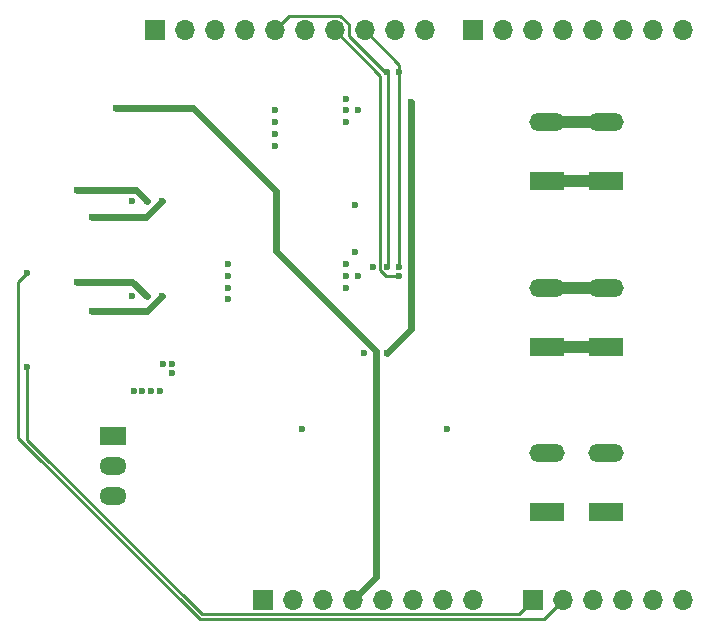
<source format=gbr>
G04 #@! TF.GenerationSoftware,KiCad,Pcbnew,8.0.8+1*
G04 #@! TF.CreationDate,2025-03-25T13:32:44+00:00*
G04 #@! TF.ProjectId,dc_shield,64635f73-6869-4656-9c64-2e6b69636164,rev?*
G04 #@! TF.SameCoordinates,Original*
G04 #@! TF.FileFunction,Copper,L2,Inr*
G04 #@! TF.FilePolarity,Positive*
%FSLAX46Y46*%
G04 Gerber Fmt 4.6, Leading zero omitted, Abs format (unit mm)*
G04 Created by KiCad (PCBNEW 8.0.8+1) date 2025-03-25 13:32:44*
%MOMM*%
%LPD*%
G01*
G04 APERTURE LIST*
G04 #@! TA.AperFunction,ComponentPad*
%ADD10R,1.700000X1.700000*%
G04 #@! TD*
G04 #@! TA.AperFunction,ComponentPad*
%ADD11O,1.700000X1.700000*%
G04 #@! TD*
G04 #@! TA.AperFunction,ComponentPad*
%ADD12R,3.000000X1.500000*%
G04 #@! TD*
G04 #@! TA.AperFunction,ComponentPad*
%ADD13O,3.000000X1.500000*%
G04 #@! TD*
G04 #@! TA.AperFunction,ComponentPad*
%ADD14R,2.300000X1.500000*%
G04 #@! TD*
G04 #@! TA.AperFunction,ComponentPad*
%ADD15O,2.300000X1.500000*%
G04 #@! TD*
G04 #@! TA.AperFunction,ViaPad*
%ADD16C,0.600000*%
G04 #@! TD*
G04 #@! TA.AperFunction,Conductor*
%ADD17C,0.250000*%
G04 #@! TD*
G04 #@! TA.AperFunction,Conductor*
%ADD18C,0.600000*%
G04 #@! TD*
G04 #@! TA.AperFunction,Conductor*
%ADD19C,1.000000*%
G04 #@! TD*
G04 APERTURE END LIST*
D10*
X127940000Y-97460000D03*
D11*
X130480000Y-97460000D03*
X133020000Y-97460000D03*
X135560000Y-97460000D03*
X138100000Y-97460000D03*
X140640000Y-97460000D03*
X143180000Y-97460000D03*
X145720000Y-97460000D03*
D10*
X150800000Y-97460000D03*
D11*
X153340000Y-97460000D03*
X155880000Y-97460000D03*
X158420000Y-97460000D03*
X160960000Y-97460000D03*
X163500000Y-97460000D03*
D10*
X118796000Y-49200000D03*
D11*
X121336000Y-49200000D03*
X123876000Y-49200000D03*
X126416000Y-49200000D03*
X128956000Y-49200000D03*
X131496000Y-49200000D03*
X134036000Y-49200000D03*
X136576000Y-49200000D03*
X139116000Y-49200000D03*
X141656000Y-49200000D03*
D10*
X145720000Y-49200000D03*
D11*
X148260000Y-49200000D03*
X150800000Y-49200000D03*
X153340000Y-49200000D03*
X155880000Y-49200000D03*
X158420000Y-49200000D03*
X160960000Y-49200000D03*
X163500000Y-49200000D03*
D12*
X152000000Y-62000000D03*
X157000000Y-62000000D03*
D13*
X152000000Y-57000000D03*
X157000000Y-57000000D03*
D12*
X152000000Y-90000000D03*
X157000000Y-90000000D03*
D13*
X152000000Y-85000000D03*
X157000000Y-85000000D03*
D12*
X152000000Y-76000000D03*
X157000000Y-76000000D03*
D13*
X152000000Y-71000000D03*
X157000000Y-71000000D03*
D14*
X115292500Y-83553000D03*
D15*
X115292500Y-86093000D03*
X115292500Y-88633000D03*
D16*
X117750000Y-79750000D03*
X135000000Y-71000000D03*
X125000000Y-70000000D03*
X135000000Y-57000000D03*
X135000000Y-70000000D03*
X129000000Y-57000000D03*
X125000000Y-71000000D03*
X135000000Y-69000000D03*
X129000000Y-59000000D03*
X125000000Y-69000000D03*
X125000000Y-72000000D03*
X120250000Y-77500000D03*
X136000000Y-70000000D03*
X119500000Y-77500000D03*
X118500000Y-79750000D03*
X129000000Y-56000000D03*
X120250000Y-78250000D03*
X135000000Y-56000000D03*
X129000000Y-58000000D03*
X136000000Y-56000000D03*
X135000000Y-55000000D03*
X117000000Y-79750000D03*
X119250000Y-79750000D03*
X116840000Y-71700000D03*
X116840000Y-63640000D03*
X108000000Y-77750000D03*
X108000000Y-69750000D03*
X138500000Y-69250000D03*
X138484942Y-52765058D03*
X139500000Y-70050003D03*
X139500000Y-52750000D03*
X139500000Y-69250000D03*
X135750000Y-63975000D03*
X135750000Y-68000000D03*
X136500000Y-76500000D03*
X137500000Y-76500000D03*
X115500000Y-55750000D03*
X129050000Y-62800000D03*
X131250000Y-83000000D03*
X143500000Y-82975000D03*
X138500000Y-76500000D03*
X140500000Y-55250000D03*
X137250000Y-69250000D03*
X119400000Y-71700000D03*
X113500000Y-73000000D03*
X119390000Y-63630000D03*
X113500000Y-65000000D03*
X112250000Y-70500000D03*
X118100000Y-71700000D03*
X112250000Y-62750000D03*
X118110000Y-63630000D03*
D17*
X149625000Y-98635000D02*
X150800000Y-97460000D01*
X108000000Y-83863604D02*
X122771396Y-98635000D01*
X108000000Y-77750000D02*
X108000000Y-83863604D01*
X122771396Y-98635000D02*
X149625000Y-98635000D01*
X107250000Y-70500000D02*
X108000000Y-69750000D01*
X153340000Y-97460000D02*
X151715000Y-99085000D01*
X122585000Y-99085000D02*
X107250000Y-83750000D01*
X151715000Y-99085000D02*
X122585000Y-99085000D01*
X107250000Y-83750000D02*
X107250000Y-70500000D01*
X134522701Y-48025000D02*
X130131000Y-48025000D01*
X138575000Y-69175000D02*
X138575000Y-52855116D01*
X135211000Y-48713299D02*
X134522701Y-48025000D01*
X138575000Y-52855116D02*
X138484942Y-52765058D01*
X135211000Y-49686701D02*
X135211000Y-48713299D01*
X130131000Y-48025000D02*
X128956000Y-49200000D01*
X138500000Y-69250000D02*
X138575000Y-69175000D01*
X138289357Y-52765058D02*
X135211000Y-49686701D01*
X138484942Y-52765058D02*
X138289357Y-52765058D01*
X137875000Y-69508884D02*
X137875000Y-53039000D01*
X139500000Y-70050003D02*
X138416119Y-70050003D01*
X137875000Y-53039000D02*
X134036000Y-49200000D01*
X138416119Y-70050003D02*
X137875000Y-69508884D01*
X139500000Y-52750000D02*
X139500000Y-52124000D01*
X139500000Y-52750000D02*
X139500000Y-69250000D01*
X139500000Y-52124000D02*
X136576000Y-49200000D01*
D18*
X129050000Y-67918629D02*
X129050000Y-62800000D01*
X129050000Y-62800000D02*
X122000000Y-55750000D01*
X135560000Y-97460000D02*
X137500000Y-95520000D01*
X137500000Y-95520000D02*
X137500000Y-76500000D01*
X137500000Y-76368629D02*
X129050000Y-67918629D01*
X122000000Y-55750000D02*
X115500000Y-55750000D01*
X137500000Y-76500000D02*
X137500000Y-76368629D01*
D19*
X157000000Y-71000000D02*
X152000000Y-71000000D01*
X157000000Y-57000000D02*
X152000000Y-57000000D01*
X157000000Y-76000000D02*
X152000000Y-76000000D01*
X157000000Y-62000000D02*
X152000000Y-62000000D01*
D18*
X140500000Y-55250000D02*
X140500000Y-74500000D01*
X140500000Y-74500000D02*
X138500000Y-76500000D01*
X113500000Y-73000000D02*
X118100000Y-73000000D01*
X118100000Y-73000000D02*
X119400000Y-71700000D01*
X113500000Y-65000000D02*
X118020000Y-65000000D01*
X118020000Y-65000000D02*
X119390000Y-63630000D01*
X118100000Y-71700000D02*
X116900000Y-70500000D01*
X116900000Y-70500000D02*
X112250000Y-70500000D01*
X112250000Y-62750000D02*
X117230000Y-62750000D01*
X117230000Y-62750000D02*
X118110000Y-63630000D01*
M02*

</source>
